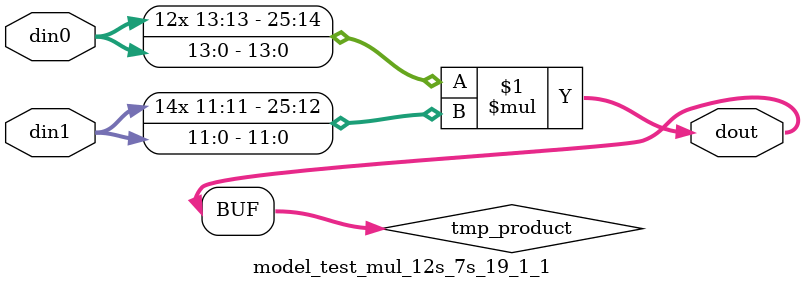
<source format=v>

`timescale 1 ns / 1 ps

  module model_test_mul_12s_7s_19_1_1(din0, din1, dout);
parameter ID = 1;
parameter NUM_STAGE = 0;
parameter din0_WIDTH = 14;
parameter din1_WIDTH = 12;
parameter dout_WIDTH = 26;

input [din0_WIDTH - 1 : 0] din0; 
input [din1_WIDTH - 1 : 0] din1; 
output [dout_WIDTH - 1 : 0] dout;

wire signed [dout_WIDTH - 1 : 0] tmp_product;













assign tmp_product = $signed(din0) * $signed(din1);








assign dout = tmp_product;







endmodule

</source>
